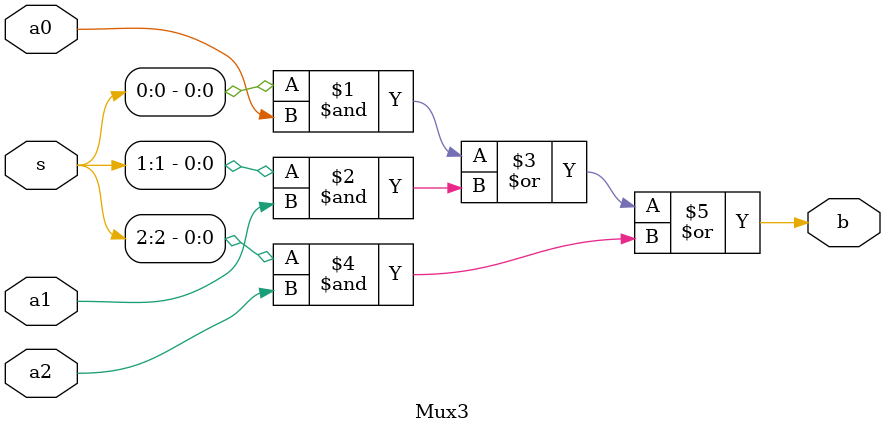
<source format=v>
module instruction_decoder(in, nsel, ALUop, sximm5, sximm8,
  shift, readnum, writenum, opcode, op, cond, sxim8);

  input [15:0] in;
  input [2:0] nsel;
  output [1:0] ALUop, shift;
  output [15:0] sximm8, sximm5;
  output [2:0] readnum, writenum, opcode, cond;
  output [1:0] op;
  output [8:0] sxim8;
  wire [2:0] readwrite;

  assign cond = in[10:8];
  assign sximm5 = {{11{in[4]}}, in[4:0]}; //sign extend in[4:0]
  assign sximm8 = {{8{in[7]}}, in[7:0]}; //sign extend in[7:0]
  assign sxim8 = {in[7], in[7:0]}; //sign extend in[7:0] to 9 bits long
  assign ALUop = (opcode == 3'b010 & op == 2'b10) ? 2'b00 : in[12:11]; //assign in[12:11] to ALUop
  assign shift = (in[15:13] !== 3'b100 & in[15:13] !== 3'b011 & in[15:13] !== 3'b001 & in[15:13] !== 3'b010) ? in[4:3] : 2'b00; //assign in[4:3] to shift
  Mux3 #(3) multiplex3(in[2:0], in[7:5], in[10:8], nsel, readwrite);   
  //multiplexer that chooses between Rd, Rn, and Rm based on nsel
  assign readnum = readwrite; //assign readnum and writenum with readwrite
  assign writenum = readwrite;
  assign opcode = in[15:13]; //assign in[15:13] to output opcode
  assign op = in[12:11]; //assign in[12:11] to output op
endmodule

module Mux3(a2,a1,a0,s,b);
  //multiplexer for three values
  parameter k = 1;
  input [k-1:0] a0, a1, a2;
  input [2:0] s;
  output [k-1:0] b;
 
  assign b = ({k{s[0]}} & a0) | ({k{s[1]}} & a1) | ({k{s[2]}} & a2);

endmodule


</source>
